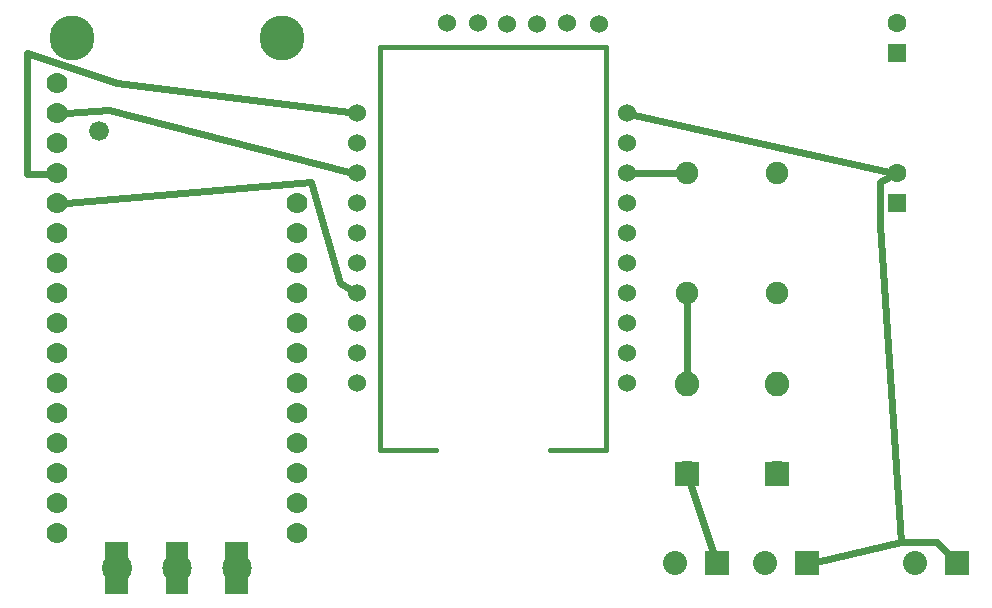
<source format=gtl>
G04 MADE WITH FRITZING*
G04 WWW.FRITZING.ORG*
G04 DOUBLE SIDED*
G04 HOLES PLATED*
G04 CONTOUR ON CENTER OF CONTOUR VECTOR*
%ASAXBY*%
%FSLAX23Y23*%
%MOIN*%
%OFA0B0*%
%SFA1.0B1.0*%
%ADD10C,0.082000*%
%ADD11C,0.062992*%
%ADD12C,0.080000*%
%ADD13C,0.060000*%
%ADD14C,0.033222*%
%ADD15C,0.075000*%
%ADD16C,0.070000*%
%ADD17C,0.098425*%
%ADD18C,0.150000*%
%ADD19C,0.100000*%
%ADD20C,0.066000*%
%ADD21R,0.082000X0.082000*%
%ADD22R,0.062992X0.062992*%
%ADD23R,0.080000X0.080000*%
%ADD24C,0.015436*%
%ADD25C,0.024000*%
%ADD26R,0.001000X0.001000*%
%LNCOPPER1*%
G90*
G70*
G54D10*
X2616Y710D03*
X2616Y1008D03*
X2316Y710D03*
X2316Y1008D03*
G54D11*
X3016Y2111D03*
X3016Y2210D03*
X3016Y1611D03*
X3016Y1710D03*
G54D12*
X3216Y410D03*
X3078Y410D03*
X2416Y410D03*
X2278Y410D03*
X2716Y410D03*
X2578Y410D03*
G54D13*
X1216Y1010D03*
X1216Y1110D03*
X1217Y1210D03*
X1217Y1310D03*
X1216Y1410D03*
X1216Y1510D03*
X1216Y1610D03*
X1216Y1710D03*
X1216Y1810D03*
X1216Y1910D03*
X2116Y1010D03*
X2116Y1110D03*
X2116Y1210D03*
X2116Y1310D03*
X2116Y1410D03*
X2116Y1510D03*
X2116Y1610D03*
X2116Y1710D03*
X2116Y1810D03*
X2116Y1910D03*
X1516Y2210D03*
X1716Y2209D03*
X1816Y2209D03*
X1916Y2210D03*
G54D14*
X1619Y2210D03*
G54D13*
X1619Y2210D03*
G54D14*
X2025Y2209D03*
G54D13*
X2025Y2209D03*
G54D15*
X2616Y1310D03*
X2616Y1710D03*
X2316Y1310D03*
X2316Y1710D03*
G54D16*
X1016Y1410D03*
G54D17*
X816Y395D03*
G54D18*
X266Y2160D03*
G54D17*
X618Y395D03*
G54D19*
X416Y395D03*
G54D20*
X356Y1850D03*
G54D16*
X1016Y1210D03*
X216Y2010D03*
X1016Y1610D03*
X216Y1910D03*
X216Y1810D03*
X216Y1710D03*
X216Y1610D03*
X216Y1510D03*
X216Y1410D03*
X1016Y1110D03*
X216Y1310D03*
X1016Y1310D03*
X216Y1210D03*
X1016Y1510D03*
X216Y1110D03*
G54D18*
X966Y2160D03*
G54D16*
X216Y1010D03*
X216Y910D03*
X216Y810D03*
X216Y710D03*
X216Y610D03*
X216Y510D03*
X1016Y510D03*
X1016Y610D03*
X1016Y710D03*
X1016Y810D03*
X1016Y910D03*
X1016Y1010D03*
G54D21*
X2616Y709D03*
X2316Y709D03*
G54D22*
X3016Y2111D03*
X3016Y1611D03*
G54D23*
X3216Y410D03*
X2416Y410D03*
X2716Y410D03*
G54D24*
X2047Y788D02*
X2047Y2131D01*
D02*
X2047Y2131D02*
X1295Y2131D01*
D02*
X1295Y2131D02*
X1295Y788D01*
D02*
X2047Y788D02*
X1862Y788D01*
D02*
X1481Y788D02*
X1295Y788D01*
G54D25*
D02*
X1192Y1716D02*
X392Y1922D01*
D02*
X2406Y439D02*
X2326Y679D01*
D02*
X392Y1922D02*
X247Y1912D01*
D02*
X2316Y1040D02*
X2316Y1281D01*
D02*
X1160Y1346D02*
X1064Y1682D01*
D02*
X1195Y1323D02*
X1160Y1346D01*
D02*
X1064Y1682D02*
X247Y1612D01*
D02*
X2141Y1710D02*
X2288Y1710D01*
D02*
X3032Y482D02*
X2746Y416D01*
D02*
X3152Y482D02*
X3032Y482D01*
D02*
X3195Y433D02*
X3152Y482D01*
D02*
X2960Y1682D02*
X2960Y1538D01*
D02*
X2992Y1698D02*
X2960Y1682D01*
D02*
X2960Y1538D02*
X3032Y482D01*
D02*
X2140Y1904D02*
X2990Y1715D01*
D02*
X185Y1709D02*
X118Y1708D01*
D02*
X417Y2011D02*
X1191Y1913D01*
D02*
X118Y2111D02*
X417Y2011D01*
D02*
X118Y1708D02*
X118Y2111D01*
G54D26*
X378Y482D02*
X453Y482D01*
X378Y481D02*
X453Y481D01*
X581Y481D02*
X654Y481D01*
X779Y481D02*
X852Y481D01*
X378Y480D02*
X453Y480D01*
X581Y480D02*
X654Y480D01*
X779Y480D02*
X852Y480D01*
X378Y479D02*
X453Y479D01*
X581Y479D02*
X654Y479D01*
X779Y479D02*
X852Y479D01*
X378Y478D02*
X453Y478D01*
X581Y478D02*
X654Y478D01*
X779Y478D02*
X852Y478D01*
X378Y477D02*
X453Y477D01*
X581Y477D02*
X654Y477D01*
X779Y477D02*
X852Y477D01*
X378Y476D02*
X453Y476D01*
X581Y476D02*
X654Y476D01*
X779Y476D02*
X852Y476D01*
X378Y475D02*
X453Y475D01*
X581Y475D02*
X654Y475D01*
X779Y475D02*
X852Y475D01*
X378Y474D02*
X453Y474D01*
X581Y474D02*
X654Y474D01*
X779Y474D02*
X852Y474D01*
X378Y473D02*
X453Y473D01*
X581Y473D02*
X654Y473D01*
X779Y473D02*
X852Y473D01*
X378Y472D02*
X453Y472D01*
X581Y472D02*
X654Y472D01*
X779Y472D02*
X852Y472D01*
X378Y471D02*
X453Y471D01*
X581Y471D02*
X654Y471D01*
X779Y471D02*
X852Y471D01*
X378Y470D02*
X453Y470D01*
X581Y470D02*
X654Y470D01*
X779Y470D02*
X852Y470D01*
X378Y469D02*
X453Y469D01*
X581Y469D02*
X654Y469D01*
X779Y469D02*
X852Y469D01*
X378Y468D02*
X453Y468D01*
X581Y468D02*
X654Y468D01*
X779Y468D02*
X852Y468D01*
X378Y467D02*
X453Y467D01*
X581Y467D02*
X654Y467D01*
X779Y467D02*
X852Y467D01*
X378Y466D02*
X453Y466D01*
X581Y466D02*
X654Y466D01*
X779Y466D02*
X852Y466D01*
X378Y465D02*
X453Y465D01*
X581Y465D02*
X654Y465D01*
X779Y465D02*
X852Y465D01*
X378Y464D02*
X453Y464D01*
X581Y464D02*
X654Y464D01*
X779Y464D02*
X852Y464D01*
X378Y463D02*
X453Y463D01*
X581Y463D02*
X654Y463D01*
X779Y463D02*
X852Y463D01*
X378Y462D02*
X453Y462D01*
X581Y462D02*
X654Y462D01*
X779Y462D02*
X852Y462D01*
X378Y461D02*
X453Y461D01*
X581Y461D02*
X654Y461D01*
X779Y461D02*
X852Y461D01*
X378Y460D02*
X453Y460D01*
X581Y460D02*
X654Y460D01*
X779Y460D02*
X852Y460D01*
X378Y459D02*
X453Y459D01*
X581Y459D02*
X654Y459D01*
X779Y459D02*
X852Y459D01*
X378Y458D02*
X453Y458D01*
X581Y458D02*
X654Y458D01*
X779Y458D02*
X852Y458D01*
X378Y457D02*
X453Y457D01*
X581Y457D02*
X654Y457D01*
X779Y457D02*
X852Y457D01*
X378Y456D02*
X453Y456D01*
X581Y456D02*
X654Y456D01*
X779Y456D02*
X852Y456D01*
X378Y455D02*
X453Y455D01*
X581Y455D02*
X654Y455D01*
X779Y455D02*
X852Y455D01*
X378Y454D02*
X453Y454D01*
X581Y454D02*
X654Y454D01*
X779Y454D02*
X852Y454D01*
X378Y453D02*
X453Y453D01*
X581Y453D02*
X654Y453D01*
X779Y453D02*
X852Y453D01*
X378Y452D02*
X453Y452D01*
X581Y452D02*
X654Y452D01*
X779Y452D02*
X852Y452D01*
X378Y451D02*
X453Y451D01*
X581Y451D02*
X654Y451D01*
X779Y451D02*
X852Y451D01*
X378Y450D02*
X453Y450D01*
X581Y450D02*
X654Y450D01*
X779Y450D02*
X852Y450D01*
X378Y449D02*
X453Y449D01*
X581Y449D02*
X654Y449D01*
X779Y449D02*
X852Y449D01*
X378Y448D02*
X453Y448D01*
X581Y448D02*
X654Y448D01*
X779Y448D02*
X852Y448D01*
X378Y447D02*
X453Y447D01*
X581Y447D02*
X654Y447D01*
X779Y447D02*
X852Y447D01*
X378Y446D02*
X453Y446D01*
X581Y446D02*
X654Y446D01*
X779Y446D02*
X852Y446D01*
X378Y445D02*
X453Y445D01*
X581Y445D02*
X654Y445D01*
X779Y445D02*
X852Y445D01*
X378Y444D02*
X453Y444D01*
X581Y444D02*
X654Y444D01*
X779Y444D02*
X852Y444D01*
X378Y443D02*
X453Y443D01*
X581Y443D02*
X654Y443D01*
X779Y443D02*
X852Y443D01*
X378Y442D02*
X453Y442D01*
X581Y442D02*
X654Y442D01*
X779Y442D02*
X852Y442D01*
X378Y441D02*
X453Y441D01*
X581Y441D02*
X654Y441D01*
X779Y441D02*
X852Y441D01*
X378Y440D02*
X453Y440D01*
X581Y440D02*
X654Y440D01*
X779Y440D02*
X852Y440D01*
X378Y439D02*
X453Y439D01*
X581Y439D02*
X654Y439D01*
X779Y439D02*
X852Y439D01*
X378Y438D02*
X453Y438D01*
X581Y438D02*
X654Y438D01*
X779Y438D02*
X852Y438D01*
X378Y437D02*
X453Y437D01*
X581Y437D02*
X654Y437D01*
X779Y437D02*
X852Y437D01*
X378Y436D02*
X453Y436D01*
X581Y436D02*
X654Y436D01*
X779Y436D02*
X852Y436D01*
X378Y435D02*
X453Y435D01*
X581Y435D02*
X654Y435D01*
X779Y435D02*
X852Y435D01*
X378Y434D02*
X453Y434D01*
X581Y434D02*
X654Y434D01*
X779Y434D02*
X852Y434D01*
X378Y433D02*
X408Y433D01*
X423Y433D02*
X453Y433D01*
X581Y433D02*
X612Y433D01*
X623Y433D02*
X654Y433D01*
X779Y433D02*
X810Y433D01*
X821Y433D02*
X852Y433D01*
X378Y432D02*
X404Y432D01*
X427Y432D02*
X453Y432D01*
X581Y432D02*
X607Y432D01*
X628Y432D02*
X654Y432D01*
X779Y432D02*
X805Y432D01*
X826Y432D02*
X852Y432D01*
X378Y431D02*
X401Y431D01*
X430Y431D02*
X453Y431D01*
X581Y431D02*
X604Y431D01*
X631Y431D02*
X654Y431D01*
X779Y431D02*
X802Y431D01*
X829Y431D02*
X852Y431D01*
X378Y430D02*
X399Y430D01*
X432Y430D02*
X453Y430D01*
X581Y430D02*
X602Y430D01*
X633Y430D02*
X654Y430D01*
X779Y430D02*
X800Y430D01*
X831Y430D02*
X852Y430D01*
X378Y429D02*
X397Y429D01*
X434Y429D02*
X453Y429D01*
X581Y429D02*
X600Y429D01*
X635Y429D02*
X654Y429D01*
X779Y429D02*
X798Y429D01*
X833Y429D02*
X852Y429D01*
X378Y428D02*
X395Y428D01*
X436Y428D02*
X453Y428D01*
X581Y428D02*
X598Y428D01*
X637Y428D02*
X654Y428D01*
X779Y428D02*
X796Y428D01*
X835Y428D02*
X852Y428D01*
X378Y427D02*
X394Y427D01*
X438Y427D02*
X453Y427D01*
X581Y427D02*
X596Y427D01*
X639Y427D02*
X654Y427D01*
X779Y427D02*
X794Y427D01*
X837Y427D02*
X852Y427D01*
X378Y426D02*
X392Y426D01*
X439Y426D02*
X453Y426D01*
X581Y426D02*
X595Y426D01*
X640Y426D02*
X654Y426D01*
X779Y426D02*
X793Y426D01*
X838Y426D02*
X852Y426D01*
X378Y425D02*
X391Y425D01*
X440Y425D02*
X453Y425D01*
X581Y425D02*
X593Y425D01*
X642Y425D02*
X654Y425D01*
X779Y425D02*
X791Y425D01*
X840Y425D02*
X852Y425D01*
X378Y424D02*
X390Y424D01*
X441Y424D02*
X453Y424D01*
X581Y424D02*
X592Y424D01*
X643Y424D02*
X654Y424D01*
X779Y424D02*
X790Y424D01*
X841Y424D02*
X852Y424D01*
X378Y423D02*
X389Y423D01*
X442Y423D02*
X453Y423D01*
X581Y423D02*
X591Y423D01*
X644Y423D02*
X654Y423D01*
X779Y423D02*
X789Y423D01*
X842Y423D02*
X852Y423D01*
X378Y422D02*
X388Y422D01*
X443Y422D02*
X453Y422D01*
X581Y422D02*
X590Y422D01*
X645Y422D02*
X654Y422D01*
X779Y422D02*
X788Y422D01*
X843Y422D02*
X852Y422D01*
X378Y421D02*
X387Y421D01*
X444Y421D02*
X453Y421D01*
X581Y421D02*
X589Y421D01*
X646Y421D02*
X654Y421D01*
X779Y421D02*
X787Y421D01*
X844Y421D02*
X852Y421D01*
X378Y420D02*
X386Y420D01*
X445Y420D02*
X453Y420D01*
X581Y420D02*
X588Y420D01*
X647Y420D02*
X654Y420D01*
X779Y420D02*
X786Y420D01*
X845Y420D02*
X852Y420D01*
X378Y419D02*
X385Y419D01*
X446Y419D02*
X453Y419D01*
X581Y419D02*
X587Y419D01*
X647Y419D02*
X654Y419D01*
X779Y419D02*
X785Y419D01*
X845Y419D02*
X852Y419D01*
X378Y418D02*
X384Y418D01*
X447Y418D02*
X453Y418D01*
X581Y418D02*
X587Y418D01*
X648Y418D02*
X654Y418D01*
X779Y418D02*
X785Y418D01*
X846Y418D02*
X852Y418D01*
X378Y417D02*
X384Y417D01*
X447Y417D02*
X453Y417D01*
X581Y417D02*
X586Y417D01*
X649Y417D02*
X654Y417D01*
X779Y417D02*
X784Y417D01*
X847Y417D02*
X852Y417D01*
X378Y416D02*
X383Y416D01*
X448Y416D02*
X453Y416D01*
X581Y416D02*
X585Y416D01*
X650Y416D02*
X654Y416D01*
X779Y416D02*
X783Y416D01*
X848Y416D02*
X852Y416D01*
X378Y415D02*
X382Y415D01*
X449Y415D02*
X453Y415D01*
X581Y415D02*
X585Y415D01*
X650Y415D02*
X654Y415D01*
X779Y415D02*
X783Y415D01*
X848Y415D02*
X852Y415D01*
X378Y414D02*
X382Y414D01*
X449Y414D02*
X453Y414D01*
X581Y414D02*
X584Y414D01*
X651Y414D02*
X654Y414D01*
X779Y414D02*
X782Y414D01*
X849Y414D02*
X852Y414D01*
X378Y413D02*
X381Y413D01*
X450Y413D02*
X453Y413D01*
X581Y413D02*
X584Y413D01*
X651Y413D02*
X654Y413D01*
X779Y413D02*
X782Y413D01*
X849Y413D02*
X852Y413D01*
X378Y412D02*
X381Y412D01*
X450Y412D02*
X453Y412D01*
X581Y412D02*
X583Y412D01*
X652Y412D02*
X654Y412D01*
X779Y412D02*
X781Y412D01*
X850Y412D02*
X852Y412D01*
X378Y411D02*
X380Y411D01*
X451Y411D02*
X453Y411D01*
X581Y411D02*
X583Y411D01*
X652Y411D02*
X654Y411D01*
X779Y411D02*
X781Y411D01*
X850Y411D02*
X852Y411D01*
X378Y410D02*
X380Y410D01*
X451Y410D02*
X453Y410D01*
X581Y410D02*
X582Y410D01*
X653Y410D02*
X654Y410D01*
X779Y410D02*
X780Y410D01*
X851Y410D02*
X852Y410D01*
X378Y409D02*
X380Y409D01*
X451Y409D02*
X453Y409D01*
X581Y409D02*
X582Y409D01*
X653Y409D02*
X654Y409D01*
X779Y409D02*
X780Y409D01*
X851Y409D02*
X852Y409D01*
X378Y408D02*
X379Y408D01*
X452Y408D02*
X453Y408D01*
X581Y408D02*
X582Y408D01*
X653Y408D02*
X654Y408D01*
X779Y408D02*
X780Y408D01*
X851Y408D02*
X852Y408D01*
X378Y407D02*
X379Y407D01*
X452Y407D02*
X453Y407D01*
X581Y407D02*
X581Y407D01*
X654Y407D02*
X654Y407D01*
X779Y407D02*
X779Y407D01*
X852Y407D02*
X852Y407D01*
X378Y406D02*
X379Y406D01*
X452Y406D02*
X453Y406D01*
X581Y406D02*
X581Y406D01*
X654Y406D02*
X654Y406D01*
X779Y406D02*
X779Y406D01*
X852Y406D02*
X852Y406D01*
X378Y405D02*
X378Y405D01*
X453Y405D02*
X453Y405D01*
X581Y405D02*
X581Y405D01*
X654Y405D02*
X654Y405D01*
X779Y405D02*
X779Y405D01*
X852Y405D02*
X852Y405D01*
X378Y404D02*
X378Y404D01*
X453Y404D02*
X453Y404D01*
X378Y403D02*
X378Y403D01*
X453Y403D02*
X453Y403D01*
X378Y402D02*
X378Y402D01*
X453Y402D02*
X453Y402D01*
X378Y390D02*
X378Y390D01*
X453Y390D02*
X453Y390D01*
X378Y389D02*
X378Y389D01*
X453Y389D02*
X453Y389D01*
X378Y388D02*
X378Y388D01*
X453Y388D02*
X453Y388D01*
X378Y387D02*
X378Y387D01*
X453Y387D02*
X453Y387D01*
X581Y387D02*
X581Y387D01*
X654Y387D02*
X654Y387D01*
X779Y387D02*
X779Y387D01*
X852Y387D02*
X852Y387D01*
X378Y386D02*
X379Y386D01*
X452Y386D02*
X453Y386D01*
X581Y386D02*
X581Y386D01*
X654Y386D02*
X654Y386D01*
X779Y386D02*
X779Y386D01*
X852Y386D02*
X852Y386D01*
X378Y385D02*
X379Y385D01*
X452Y385D02*
X453Y385D01*
X581Y385D02*
X581Y385D01*
X654Y385D02*
X654Y385D01*
X779Y385D02*
X779Y385D01*
X852Y385D02*
X852Y385D01*
X378Y384D02*
X379Y384D01*
X452Y384D02*
X453Y384D01*
X581Y384D02*
X582Y384D01*
X653Y384D02*
X654Y384D01*
X779Y384D02*
X780Y384D01*
X851Y384D02*
X852Y384D01*
X378Y383D02*
X380Y383D01*
X452Y383D02*
X453Y383D01*
X581Y383D02*
X582Y383D01*
X653Y383D02*
X654Y383D01*
X779Y383D02*
X780Y383D01*
X851Y383D02*
X852Y383D01*
X378Y382D02*
X380Y382D01*
X451Y382D02*
X453Y382D01*
X581Y382D02*
X582Y382D01*
X653Y382D02*
X654Y382D01*
X779Y382D02*
X780Y382D01*
X851Y382D02*
X852Y382D01*
X378Y381D02*
X380Y381D01*
X451Y381D02*
X453Y381D01*
X581Y381D02*
X583Y381D01*
X652Y381D02*
X654Y381D01*
X779Y381D02*
X781Y381D01*
X850Y381D02*
X852Y381D01*
X378Y380D02*
X381Y380D01*
X450Y380D02*
X453Y380D01*
X581Y380D02*
X583Y380D01*
X652Y380D02*
X654Y380D01*
X779Y380D02*
X781Y380D01*
X850Y380D02*
X852Y380D01*
X378Y379D02*
X381Y379D01*
X450Y379D02*
X453Y379D01*
X581Y379D02*
X584Y379D01*
X651Y379D02*
X654Y379D01*
X779Y379D02*
X782Y379D01*
X849Y379D02*
X852Y379D01*
X378Y378D02*
X382Y378D01*
X449Y378D02*
X453Y378D01*
X581Y378D02*
X584Y378D01*
X651Y378D02*
X654Y378D01*
X779Y378D02*
X782Y378D01*
X849Y378D02*
X852Y378D01*
X378Y377D02*
X382Y377D01*
X449Y377D02*
X453Y377D01*
X581Y377D02*
X585Y377D01*
X650Y377D02*
X654Y377D01*
X779Y377D02*
X783Y377D01*
X848Y377D02*
X852Y377D01*
X378Y376D02*
X383Y376D01*
X448Y376D02*
X453Y376D01*
X581Y376D02*
X585Y376D01*
X650Y376D02*
X654Y376D01*
X779Y376D02*
X783Y376D01*
X848Y376D02*
X852Y376D01*
X378Y375D02*
X384Y375D01*
X447Y375D02*
X453Y375D01*
X581Y375D02*
X586Y375D01*
X649Y375D02*
X654Y375D01*
X779Y375D02*
X784Y375D01*
X847Y375D02*
X852Y375D01*
X378Y374D02*
X384Y374D01*
X447Y374D02*
X453Y374D01*
X581Y374D02*
X587Y374D01*
X648Y374D02*
X654Y374D01*
X779Y374D02*
X785Y374D01*
X846Y374D02*
X852Y374D01*
X378Y373D02*
X385Y373D01*
X446Y373D02*
X453Y373D01*
X581Y373D02*
X587Y373D01*
X648Y373D02*
X654Y373D01*
X779Y373D02*
X785Y373D01*
X846Y373D02*
X852Y373D01*
X378Y372D02*
X386Y372D01*
X445Y372D02*
X453Y372D01*
X581Y372D02*
X588Y372D01*
X647Y372D02*
X654Y372D01*
X779Y372D02*
X786Y372D01*
X845Y372D02*
X852Y372D01*
X378Y371D02*
X387Y371D01*
X444Y371D02*
X453Y371D01*
X581Y371D02*
X589Y371D01*
X646Y371D02*
X654Y371D01*
X779Y371D02*
X787Y371D01*
X844Y371D02*
X852Y371D01*
X378Y370D02*
X388Y370D01*
X443Y370D02*
X453Y370D01*
X581Y370D02*
X590Y370D01*
X645Y370D02*
X654Y370D01*
X779Y370D02*
X788Y370D01*
X843Y370D02*
X852Y370D01*
X378Y369D02*
X389Y369D01*
X443Y369D02*
X453Y369D01*
X581Y369D02*
X591Y369D01*
X644Y369D02*
X654Y369D01*
X779Y369D02*
X789Y369D01*
X842Y369D02*
X852Y369D01*
X378Y368D02*
X390Y368D01*
X441Y368D02*
X453Y368D01*
X581Y368D02*
X592Y368D01*
X643Y368D02*
X654Y368D01*
X779Y368D02*
X790Y368D01*
X841Y368D02*
X852Y368D01*
X378Y367D02*
X391Y367D01*
X440Y367D02*
X453Y367D01*
X581Y367D02*
X593Y367D01*
X642Y367D02*
X654Y367D01*
X779Y367D02*
X791Y367D01*
X840Y367D02*
X852Y367D01*
X378Y366D02*
X392Y366D01*
X439Y366D02*
X453Y366D01*
X581Y366D02*
X595Y366D01*
X640Y366D02*
X654Y366D01*
X779Y366D02*
X793Y366D01*
X838Y366D02*
X852Y366D01*
X378Y365D02*
X393Y365D01*
X438Y365D02*
X453Y365D01*
X581Y365D02*
X596Y365D01*
X639Y365D02*
X654Y365D01*
X779Y365D02*
X794Y365D01*
X837Y365D02*
X852Y365D01*
X378Y364D02*
X395Y364D01*
X436Y364D02*
X453Y364D01*
X581Y364D02*
X598Y364D01*
X637Y364D02*
X654Y364D01*
X779Y364D02*
X796Y364D01*
X835Y364D02*
X852Y364D01*
X378Y363D02*
X397Y363D01*
X435Y363D02*
X453Y363D01*
X581Y363D02*
X599Y363D01*
X636Y363D02*
X654Y363D01*
X779Y363D02*
X797Y363D01*
X834Y363D02*
X852Y363D01*
X378Y362D02*
X399Y362D01*
X433Y362D02*
X453Y362D01*
X581Y362D02*
X601Y362D01*
X634Y362D02*
X654Y362D01*
X779Y362D02*
X799Y362D01*
X832Y362D02*
X852Y362D01*
X378Y361D02*
X401Y361D01*
X430Y361D02*
X453Y361D01*
X581Y361D02*
X604Y361D01*
X631Y361D02*
X654Y361D01*
X779Y361D02*
X802Y361D01*
X829Y361D02*
X852Y361D01*
X378Y360D02*
X403Y360D01*
X428Y360D02*
X453Y360D01*
X581Y360D02*
X607Y360D01*
X628Y360D02*
X654Y360D01*
X779Y360D02*
X805Y360D01*
X826Y360D02*
X852Y360D01*
X378Y359D02*
X407Y359D01*
X424Y359D02*
X453Y359D01*
X581Y359D02*
X611Y359D01*
X624Y359D02*
X654Y359D01*
X779Y359D02*
X809Y359D01*
X822Y359D02*
X852Y359D01*
X378Y358D02*
X453Y358D01*
X581Y358D02*
X654Y358D01*
X779Y358D02*
X852Y358D01*
X378Y357D02*
X453Y357D01*
X581Y357D02*
X654Y357D01*
X779Y357D02*
X852Y357D01*
X378Y356D02*
X453Y356D01*
X581Y356D02*
X654Y356D01*
X779Y356D02*
X852Y356D01*
X378Y355D02*
X453Y355D01*
X581Y355D02*
X654Y355D01*
X779Y355D02*
X852Y355D01*
X378Y354D02*
X453Y354D01*
X581Y354D02*
X654Y354D01*
X779Y354D02*
X852Y354D01*
X378Y353D02*
X453Y353D01*
X581Y353D02*
X654Y353D01*
X779Y353D02*
X852Y353D01*
X378Y352D02*
X453Y352D01*
X581Y352D02*
X654Y352D01*
X779Y352D02*
X852Y352D01*
X378Y351D02*
X453Y351D01*
X581Y351D02*
X654Y351D01*
X779Y351D02*
X852Y351D01*
X378Y350D02*
X453Y350D01*
X581Y350D02*
X654Y350D01*
X779Y350D02*
X852Y350D01*
X378Y349D02*
X453Y349D01*
X581Y349D02*
X654Y349D01*
X779Y349D02*
X852Y349D01*
X378Y348D02*
X453Y348D01*
X581Y348D02*
X654Y348D01*
X779Y348D02*
X852Y348D01*
X378Y347D02*
X453Y347D01*
X581Y347D02*
X654Y347D01*
X779Y347D02*
X852Y347D01*
X378Y346D02*
X453Y346D01*
X581Y346D02*
X654Y346D01*
X779Y346D02*
X852Y346D01*
X378Y345D02*
X453Y345D01*
X581Y345D02*
X654Y345D01*
X779Y345D02*
X852Y345D01*
X378Y344D02*
X453Y344D01*
X581Y344D02*
X654Y344D01*
X779Y344D02*
X852Y344D01*
X378Y343D02*
X453Y343D01*
X581Y343D02*
X654Y343D01*
X779Y343D02*
X852Y343D01*
X378Y342D02*
X453Y342D01*
X581Y342D02*
X654Y342D01*
X779Y342D02*
X852Y342D01*
X378Y341D02*
X453Y341D01*
X581Y341D02*
X654Y341D01*
X779Y341D02*
X852Y341D01*
X378Y340D02*
X453Y340D01*
X581Y340D02*
X654Y340D01*
X779Y340D02*
X852Y340D01*
X378Y339D02*
X453Y339D01*
X581Y339D02*
X654Y339D01*
X779Y339D02*
X852Y339D01*
X378Y338D02*
X453Y338D01*
X581Y338D02*
X654Y338D01*
X779Y338D02*
X852Y338D01*
X378Y337D02*
X453Y337D01*
X581Y337D02*
X654Y337D01*
X779Y337D02*
X852Y337D01*
X378Y336D02*
X453Y336D01*
X581Y336D02*
X654Y336D01*
X779Y336D02*
X852Y336D01*
X378Y335D02*
X453Y335D01*
X581Y335D02*
X654Y335D01*
X779Y335D02*
X852Y335D01*
X378Y334D02*
X453Y334D01*
X581Y334D02*
X654Y334D01*
X779Y334D02*
X852Y334D01*
X378Y333D02*
X453Y333D01*
X581Y333D02*
X654Y333D01*
X779Y333D02*
X852Y333D01*
X378Y332D02*
X453Y332D01*
X581Y332D02*
X654Y332D01*
X779Y332D02*
X852Y332D01*
X378Y331D02*
X453Y331D01*
X581Y331D02*
X654Y331D01*
X779Y331D02*
X852Y331D01*
X378Y330D02*
X453Y330D01*
X581Y330D02*
X654Y330D01*
X779Y330D02*
X852Y330D01*
X378Y329D02*
X453Y329D01*
X581Y329D02*
X654Y329D01*
X779Y329D02*
X852Y329D01*
X378Y328D02*
X453Y328D01*
X581Y328D02*
X654Y328D01*
X779Y328D02*
X852Y328D01*
X378Y327D02*
X453Y327D01*
X581Y327D02*
X654Y327D01*
X779Y327D02*
X852Y327D01*
X378Y326D02*
X453Y326D01*
X581Y326D02*
X654Y326D01*
X779Y326D02*
X852Y326D01*
X378Y325D02*
X453Y325D01*
X581Y325D02*
X654Y325D01*
X779Y325D02*
X852Y325D01*
X378Y324D02*
X453Y324D01*
X581Y324D02*
X654Y324D01*
X779Y324D02*
X852Y324D01*
X378Y323D02*
X453Y323D01*
X581Y323D02*
X654Y323D01*
X779Y323D02*
X852Y323D01*
X378Y322D02*
X453Y322D01*
X581Y322D02*
X654Y322D01*
X779Y322D02*
X852Y322D01*
X378Y321D02*
X453Y321D01*
X581Y321D02*
X654Y321D01*
X779Y321D02*
X852Y321D01*
X378Y320D02*
X453Y320D01*
X581Y320D02*
X654Y320D01*
X779Y320D02*
X852Y320D01*
X378Y319D02*
X453Y319D01*
X581Y319D02*
X654Y319D01*
X779Y319D02*
X852Y319D01*
X378Y318D02*
X453Y318D01*
X581Y318D02*
X654Y318D01*
X779Y318D02*
X852Y318D01*
X378Y317D02*
X453Y317D01*
X581Y317D02*
X654Y317D01*
X779Y317D02*
X852Y317D01*
X378Y316D02*
X453Y316D01*
X581Y316D02*
X654Y316D01*
X779Y316D02*
X852Y316D01*
X378Y315D02*
X453Y315D01*
X581Y315D02*
X654Y315D01*
X779Y315D02*
X852Y315D01*
X378Y314D02*
X453Y314D01*
X581Y314D02*
X654Y314D01*
X779Y314D02*
X852Y314D01*
X378Y313D02*
X453Y313D01*
X581Y313D02*
X654Y313D01*
X779Y313D02*
X852Y313D01*
X378Y312D02*
X453Y312D01*
X581Y312D02*
X654Y312D01*
X779Y312D02*
X852Y312D01*
X378Y311D02*
X453Y311D01*
X581Y311D02*
X654Y311D01*
X779Y311D02*
X852Y311D01*
X378Y310D02*
X453Y310D01*
X581Y310D02*
X654Y310D01*
X779Y310D02*
X852Y310D01*
D02*
G04 End of Copper1*
M02*
</source>
